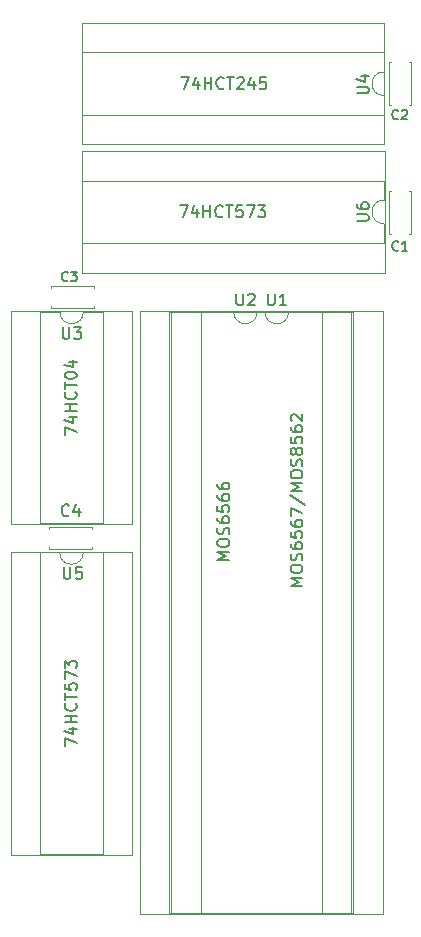
<source format=gbr>
%TF.GenerationSoftware,KiCad,Pcbnew,8.0.2*%
%TF.CreationDate,2024-05-20T19:48:17+02:00*%
%TF.ProjectId,MOS6566_Adapter,4d4f5336-3536-4365-9f41-646170746572,rev?*%
%TF.SameCoordinates,Original*%
%TF.FileFunction,Legend,Top*%
%TF.FilePolarity,Positive*%
%FSLAX46Y46*%
G04 Gerber Fmt 4.6, Leading zero omitted, Abs format (unit mm)*
G04 Created by KiCad (PCBNEW 8.0.2) date 2024-05-20 19:48:17*
%MOMM*%
%LPD*%
G01*
G04 APERTURE LIST*
%ADD10C,0.150000*%
%ADD11C,0.120000*%
G04 APERTURE END LIST*
D10*
X108566667Y-50886104D02*
X108528571Y-50924200D01*
X108528571Y-50924200D02*
X108414286Y-50962295D01*
X108414286Y-50962295D02*
X108338095Y-50962295D01*
X108338095Y-50962295D02*
X108223809Y-50924200D01*
X108223809Y-50924200D02*
X108147619Y-50848009D01*
X108147619Y-50848009D02*
X108109524Y-50771819D01*
X108109524Y-50771819D02*
X108071428Y-50619438D01*
X108071428Y-50619438D02*
X108071428Y-50505152D01*
X108071428Y-50505152D02*
X108109524Y-50352771D01*
X108109524Y-50352771D02*
X108147619Y-50276580D01*
X108147619Y-50276580D02*
X108223809Y-50200390D01*
X108223809Y-50200390D02*
X108338095Y-50162295D01*
X108338095Y-50162295D02*
X108414286Y-50162295D01*
X108414286Y-50162295D02*
X108528571Y-50200390D01*
X108528571Y-50200390D02*
X108566667Y-50238485D01*
X108833333Y-50162295D02*
X109328571Y-50162295D01*
X109328571Y-50162295D02*
X109061905Y-50467057D01*
X109061905Y-50467057D02*
X109176190Y-50467057D01*
X109176190Y-50467057D02*
X109252381Y-50505152D01*
X109252381Y-50505152D02*
X109290476Y-50543247D01*
X109290476Y-50543247D02*
X109328571Y-50619438D01*
X109328571Y-50619438D02*
X109328571Y-50809914D01*
X109328571Y-50809914D02*
X109290476Y-50886104D01*
X109290476Y-50886104D02*
X109252381Y-50924200D01*
X109252381Y-50924200D02*
X109176190Y-50962295D01*
X109176190Y-50962295D02*
X108947619Y-50962295D01*
X108947619Y-50962295D02*
X108871428Y-50924200D01*
X108871428Y-50924200D02*
X108833333Y-50886104D01*
X136566667Y-48286104D02*
X136528571Y-48324200D01*
X136528571Y-48324200D02*
X136414286Y-48362295D01*
X136414286Y-48362295D02*
X136338095Y-48362295D01*
X136338095Y-48362295D02*
X136223809Y-48324200D01*
X136223809Y-48324200D02*
X136147619Y-48248009D01*
X136147619Y-48248009D02*
X136109524Y-48171819D01*
X136109524Y-48171819D02*
X136071428Y-48019438D01*
X136071428Y-48019438D02*
X136071428Y-47905152D01*
X136071428Y-47905152D02*
X136109524Y-47752771D01*
X136109524Y-47752771D02*
X136147619Y-47676580D01*
X136147619Y-47676580D02*
X136223809Y-47600390D01*
X136223809Y-47600390D02*
X136338095Y-47562295D01*
X136338095Y-47562295D02*
X136414286Y-47562295D01*
X136414286Y-47562295D02*
X136528571Y-47600390D01*
X136528571Y-47600390D02*
X136566667Y-47638485D01*
X137328571Y-48362295D02*
X136871428Y-48362295D01*
X137100000Y-48362295D02*
X137100000Y-47562295D01*
X137100000Y-47562295D02*
X137023809Y-47676580D01*
X137023809Y-47676580D02*
X136947619Y-47752771D01*
X136947619Y-47752771D02*
X136871428Y-47790866D01*
X136566667Y-37186104D02*
X136528571Y-37224200D01*
X136528571Y-37224200D02*
X136414286Y-37262295D01*
X136414286Y-37262295D02*
X136338095Y-37262295D01*
X136338095Y-37262295D02*
X136223809Y-37224200D01*
X136223809Y-37224200D02*
X136147619Y-37148009D01*
X136147619Y-37148009D02*
X136109524Y-37071819D01*
X136109524Y-37071819D02*
X136071428Y-36919438D01*
X136071428Y-36919438D02*
X136071428Y-36805152D01*
X136071428Y-36805152D02*
X136109524Y-36652771D01*
X136109524Y-36652771D02*
X136147619Y-36576580D01*
X136147619Y-36576580D02*
X136223809Y-36500390D01*
X136223809Y-36500390D02*
X136338095Y-36462295D01*
X136338095Y-36462295D02*
X136414286Y-36462295D01*
X136414286Y-36462295D02*
X136528571Y-36500390D01*
X136528571Y-36500390D02*
X136566667Y-36538485D01*
X136871428Y-36538485D02*
X136909524Y-36500390D01*
X136909524Y-36500390D02*
X136985714Y-36462295D01*
X136985714Y-36462295D02*
X137176190Y-36462295D01*
X137176190Y-36462295D02*
X137252381Y-36500390D01*
X137252381Y-36500390D02*
X137290476Y-36538485D01*
X137290476Y-36538485D02*
X137328571Y-36614676D01*
X137328571Y-36614676D02*
X137328571Y-36690866D01*
X137328571Y-36690866D02*
X137290476Y-36805152D01*
X137290476Y-36805152D02*
X136833333Y-37262295D01*
X136833333Y-37262295D02*
X137328571Y-37262295D01*
X108138095Y-54854819D02*
X108138095Y-55664342D01*
X108138095Y-55664342D02*
X108185714Y-55759580D01*
X108185714Y-55759580D02*
X108233333Y-55807200D01*
X108233333Y-55807200D02*
X108328571Y-55854819D01*
X108328571Y-55854819D02*
X108519047Y-55854819D01*
X108519047Y-55854819D02*
X108614285Y-55807200D01*
X108614285Y-55807200D02*
X108661904Y-55759580D01*
X108661904Y-55759580D02*
X108709523Y-55664342D01*
X108709523Y-55664342D02*
X108709523Y-54854819D01*
X109090476Y-54854819D02*
X109709523Y-54854819D01*
X109709523Y-54854819D02*
X109376190Y-55235771D01*
X109376190Y-55235771D02*
X109519047Y-55235771D01*
X109519047Y-55235771D02*
X109614285Y-55283390D01*
X109614285Y-55283390D02*
X109661904Y-55331009D01*
X109661904Y-55331009D02*
X109709523Y-55426247D01*
X109709523Y-55426247D02*
X109709523Y-55664342D01*
X109709523Y-55664342D02*
X109661904Y-55759580D01*
X109661904Y-55759580D02*
X109614285Y-55807200D01*
X109614285Y-55807200D02*
X109519047Y-55854819D01*
X109519047Y-55854819D02*
X109233333Y-55854819D01*
X109233333Y-55854819D02*
X109138095Y-55807200D01*
X109138095Y-55807200D02*
X109090476Y-55759580D01*
X108320819Y-63966666D02*
X108320819Y-63300000D01*
X108320819Y-63300000D02*
X109320819Y-63728571D01*
X108654152Y-62490476D02*
X109320819Y-62490476D01*
X108273200Y-62728571D02*
X108987485Y-62966666D01*
X108987485Y-62966666D02*
X108987485Y-62347619D01*
X109320819Y-61966666D02*
X108320819Y-61966666D01*
X108797009Y-61966666D02*
X108797009Y-61395238D01*
X109320819Y-61395238D02*
X108320819Y-61395238D01*
X109225580Y-60347619D02*
X109273200Y-60395238D01*
X109273200Y-60395238D02*
X109320819Y-60538095D01*
X109320819Y-60538095D02*
X109320819Y-60633333D01*
X109320819Y-60633333D02*
X109273200Y-60776190D01*
X109273200Y-60776190D02*
X109177961Y-60871428D01*
X109177961Y-60871428D02*
X109082723Y-60919047D01*
X109082723Y-60919047D02*
X108892247Y-60966666D01*
X108892247Y-60966666D02*
X108749390Y-60966666D01*
X108749390Y-60966666D02*
X108558914Y-60919047D01*
X108558914Y-60919047D02*
X108463676Y-60871428D01*
X108463676Y-60871428D02*
X108368438Y-60776190D01*
X108368438Y-60776190D02*
X108320819Y-60633333D01*
X108320819Y-60633333D02*
X108320819Y-60538095D01*
X108320819Y-60538095D02*
X108368438Y-60395238D01*
X108368438Y-60395238D02*
X108416057Y-60347619D01*
X108320819Y-60061904D02*
X108320819Y-59490476D01*
X109320819Y-59776190D02*
X108320819Y-59776190D01*
X108320819Y-58966666D02*
X108320819Y-58871428D01*
X108320819Y-58871428D02*
X108368438Y-58776190D01*
X108368438Y-58776190D02*
X108416057Y-58728571D01*
X108416057Y-58728571D02*
X108511295Y-58680952D01*
X108511295Y-58680952D02*
X108701771Y-58633333D01*
X108701771Y-58633333D02*
X108939866Y-58633333D01*
X108939866Y-58633333D02*
X109130342Y-58680952D01*
X109130342Y-58680952D02*
X109225580Y-58728571D01*
X109225580Y-58728571D02*
X109273200Y-58776190D01*
X109273200Y-58776190D02*
X109320819Y-58871428D01*
X109320819Y-58871428D02*
X109320819Y-58966666D01*
X109320819Y-58966666D02*
X109273200Y-59061904D01*
X109273200Y-59061904D02*
X109225580Y-59109523D01*
X109225580Y-59109523D02*
X109130342Y-59157142D01*
X109130342Y-59157142D02*
X108939866Y-59204761D01*
X108939866Y-59204761D02*
X108701771Y-59204761D01*
X108701771Y-59204761D02*
X108511295Y-59157142D01*
X108511295Y-59157142D02*
X108416057Y-59109523D01*
X108416057Y-59109523D02*
X108368438Y-59061904D01*
X108368438Y-59061904D02*
X108320819Y-58966666D01*
X108654152Y-57776190D02*
X109320819Y-57776190D01*
X108273200Y-58014285D02*
X108987485Y-58252380D01*
X108987485Y-58252380D02*
X108987485Y-57633333D01*
X122858095Y-52006819D02*
X122858095Y-52816342D01*
X122858095Y-52816342D02*
X122905714Y-52911580D01*
X122905714Y-52911580D02*
X122953333Y-52959200D01*
X122953333Y-52959200D02*
X123048571Y-53006819D01*
X123048571Y-53006819D02*
X123239047Y-53006819D01*
X123239047Y-53006819D02*
X123334285Y-52959200D01*
X123334285Y-52959200D02*
X123381904Y-52911580D01*
X123381904Y-52911580D02*
X123429523Y-52816342D01*
X123429523Y-52816342D02*
X123429523Y-52006819D01*
X123858095Y-52102057D02*
X123905714Y-52054438D01*
X123905714Y-52054438D02*
X124000952Y-52006819D01*
X124000952Y-52006819D02*
X124239047Y-52006819D01*
X124239047Y-52006819D02*
X124334285Y-52054438D01*
X124334285Y-52054438D02*
X124381904Y-52102057D01*
X124381904Y-52102057D02*
X124429523Y-52197295D01*
X124429523Y-52197295D02*
X124429523Y-52292533D01*
X124429523Y-52292533D02*
X124381904Y-52435390D01*
X124381904Y-52435390D02*
X123810476Y-53006819D01*
X123810476Y-53006819D02*
X124429523Y-53006819D01*
X128454819Y-76738094D02*
X127454819Y-76738094D01*
X127454819Y-76738094D02*
X128169104Y-76404761D01*
X128169104Y-76404761D02*
X127454819Y-76071428D01*
X127454819Y-76071428D02*
X128454819Y-76071428D01*
X127454819Y-75404761D02*
X127454819Y-75214285D01*
X127454819Y-75214285D02*
X127502438Y-75119047D01*
X127502438Y-75119047D02*
X127597676Y-75023809D01*
X127597676Y-75023809D02*
X127788152Y-74976190D01*
X127788152Y-74976190D02*
X128121485Y-74976190D01*
X128121485Y-74976190D02*
X128311961Y-75023809D01*
X128311961Y-75023809D02*
X128407200Y-75119047D01*
X128407200Y-75119047D02*
X128454819Y-75214285D01*
X128454819Y-75214285D02*
X128454819Y-75404761D01*
X128454819Y-75404761D02*
X128407200Y-75499999D01*
X128407200Y-75499999D02*
X128311961Y-75595237D01*
X128311961Y-75595237D02*
X128121485Y-75642856D01*
X128121485Y-75642856D02*
X127788152Y-75642856D01*
X127788152Y-75642856D02*
X127597676Y-75595237D01*
X127597676Y-75595237D02*
X127502438Y-75499999D01*
X127502438Y-75499999D02*
X127454819Y-75404761D01*
X128407200Y-74595237D02*
X128454819Y-74452380D01*
X128454819Y-74452380D02*
X128454819Y-74214285D01*
X128454819Y-74214285D02*
X128407200Y-74119047D01*
X128407200Y-74119047D02*
X128359580Y-74071428D01*
X128359580Y-74071428D02*
X128264342Y-74023809D01*
X128264342Y-74023809D02*
X128169104Y-74023809D01*
X128169104Y-74023809D02*
X128073866Y-74071428D01*
X128073866Y-74071428D02*
X128026247Y-74119047D01*
X128026247Y-74119047D02*
X127978628Y-74214285D01*
X127978628Y-74214285D02*
X127931009Y-74404761D01*
X127931009Y-74404761D02*
X127883390Y-74499999D01*
X127883390Y-74499999D02*
X127835771Y-74547618D01*
X127835771Y-74547618D02*
X127740533Y-74595237D01*
X127740533Y-74595237D02*
X127645295Y-74595237D01*
X127645295Y-74595237D02*
X127550057Y-74547618D01*
X127550057Y-74547618D02*
X127502438Y-74499999D01*
X127502438Y-74499999D02*
X127454819Y-74404761D01*
X127454819Y-74404761D02*
X127454819Y-74166666D01*
X127454819Y-74166666D02*
X127502438Y-74023809D01*
X127454819Y-73166666D02*
X127454819Y-73357142D01*
X127454819Y-73357142D02*
X127502438Y-73452380D01*
X127502438Y-73452380D02*
X127550057Y-73499999D01*
X127550057Y-73499999D02*
X127692914Y-73595237D01*
X127692914Y-73595237D02*
X127883390Y-73642856D01*
X127883390Y-73642856D02*
X128264342Y-73642856D01*
X128264342Y-73642856D02*
X128359580Y-73595237D01*
X128359580Y-73595237D02*
X128407200Y-73547618D01*
X128407200Y-73547618D02*
X128454819Y-73452380D01*
X128454819Y-73452380D02*
X128454819Y-73261904D01*
X128454819Y-73261904D02*
X128407200Y-73166666D01*
X128407200Y-73166666D02*
X128359580Y-73119047D01*
X128359580Y-73119047D02*
X128264342Y-73071428D01*
X128264342Y-73071428D02*
X128026247Y-73071428D01*
X128026247Y-73071428D02*
X127931009Y-73119047D01*
X127931009Y-73119047D02*
X127883390Y-73166666D01*
X127883390Y-73166666D02*
X127835771Y-73261904D01*
X127835771Y-73261904D02*
X127835771Y-73452380D01*
X127835771Y-73452380D02*
X127883390Y-73547618D01*
X127883390Y-73547618D02*
X127931009Y-73595237D01*
X127931009Y-73595237D02*
X128026247Y-73642856D01*
X127454819Y-72166666D02*
X127454819Y-72642856D01*
X127454819Y-72642856D02*
X127931009Y-72690475D01*
X127931009Y-72690475D02*
X127883390Y-72642856D01*
X127883390Y-72642856D02*
X127835771Y-72547618D01*
X127835771Y-72547618D02*
X127835771Y-72309523D01*
X127835771Y-72309523D02*
X127883390Y-72214285D01*
X127883390Y-72214285D02*
X127931009Y-72166666D01*
X127931009Y-72166666D02*
X128026247Y-72119047D01*
X128026247Y-72119047D02*
X128264342Y-72119047D01*
X128264342Y-72119047D02*
X128359580Y-72166666D01*
X128359580Y-72166666D02*
X128407200Y-72214285D01*
X128407200Y-72214285D02*
X128454819Y-72309523D01*
X128454819Y-72309523D02*
X128454819Y-72547618D01*
X128454819Y-72547618D02*
X128407200Y-72642856D01*
X128407200Y-72642856D02*
X128359580Y-72690475D01*
X127454819Y-71261904D02*
X127454819Y-71452380D01*
X127454819Y-71452380D02*
X127502438Y-71547618D01*
X127502438Y-71547618D02*
X127550057Y-71595237D01*
X127550057Y-71595237D02*
X127692914Y-71690475D01*
X127692914Y-71690475D02*
X127883390Y-71738094D01*
X127883390Y-71738094D02*
X128264342Y-71738094D01*
X128264342Y-71738094D02*
X128359580Y-71690475D01*
X128359580Y-71690475D02*
X128407200Y-71642856D01*
X128407200Y-71642856D02*
X128454819Y-71547618D01*
X128454819Y-71547618D02*
X128454819Y-71357142D01*
X128454819Y-71357142D02*
X128407200Y-71261904D01*
X128407200Y-71261904D02*
X128359580Y-71214285D01*
X128359580Y-71214285D02*
X128264342Y-71166666D01*
X128264342Y-71166666D02*
X128026247Y-71166666D01*
X128026247Y-71166666D02*
X127931009Y-71214285D01*
X127931009Y-71214285D02*
X127883390Y-71261904D01*
X127883390Y-71261904D02*
X127835771Y-71357142D01*
X127835771Y-71357142D02*
X127835771Y-71547618D01*
X127835771Y-71547618D02*
X127883390Y-71642856D01*
X127883390Y-71642856D02*
X127931009Y-71690475D01*
X127931009Y-71690475D02*
X128026247Y-71738094D01*
X127454819Y-70833332D02*
X127454819Y-70166666D01*
X127454819Y-70166666D02*
X128454819Y-70595237D01*
X127407200Y-69071428D02*
X128692914Y-69928570D01*
X128454819Y-68738094D02*
X127454819Y-68738094D01*
X127454819Y-68738094D02*
X128169104Y-68404761D01*
X128169104Y-68404761D02*
X127454819Y-68071428D01*
X127454819Y-68071428D02*
X128454819Y-68071428D01*
X127454819Y-67404761D02*
X127454819Y-67214285D01*
X127454819Y-67214285D02*
X127502438Y-67119047D01*
X127502438Y-67119047D02*
X127597676Y-67023809D01*
X127597676Y-67023809D02*
X127788152Y-66976190D01*
X127788152Y-66976190D02*
X128121485Y-66976190D01*
X128121485Y-66976190D02*
X128311961Y-67023809D01*
X128311961Y-67023809D02*
X128407200Y-67119047D01*
X128407200Y-67119047D02*
X128454819Y-67214285D01*
X128454819Y-67214285D02*
X128454819Y-67404761D01*
X128454819Y-67404761D02*
X128407200Y-67499999D01*
X128407200Y-67499999D02*
X128311961Y-67595237D01*
X128311961Y-67595237D02*
X128121485Y-67642856D01*
X128121485Y-67642856D02*
X127788152Y-67642856D01*
X127788152Y-67642856D02*
X127597676Y-67595237D01*
X127597676Y-67595237D02*
X127502438Y-67499999D01*
X127502438Y-67499999D02*
X127454819Y-67404761D01*
X128407200Y-66595237D02*
X128454819Y-66452380D01*
X128454819Y-66452380D02*
X128454819Y-66214285D01*
X128454819Y-66214285D02*
X128407200Y-66119047D01*
X128407200Y-66119047D02*
X128359580Y-66071428D01*
X128359580Y-66071428D02*
X128264342Y-66023809D01*
X128264342Y-66023809D02*
X128169104Y-66023809D01*
X128169104Y-66023809D02*
X128073866Y-66071428D01*
X128073866Y-66071428D02*
X128026247Y-66119047D01*
X128026247Y-66119047D02*
X127978628Y-66214285D01*
X127978628Y-66214285D02*
X127931009Y-66404761D01*
X127931009Y-66404761D02*
X127883390Y-66499999D01*
X127883390Y-66499999D02*
X127835771Y-66547618D01*
X127835771Y-66547618D02*
X127740533Y-66595237D01*
X127740533Y-66595237D02*
X127645295Y-66595237D01*
X127645295Y-66595237D02*
X127550057Y-66547618D01*
X127550057Y-66547618D02*
X127502438Y-66499999D01*
X127502438Y-66499999D02*
X127454819Y-66404761D01*
X127454819Y-66404761D02*
X127454819Y-66166666D01*
X127454819Y-66166666D02*
X127502438Y-66023809D01*
X127883390Y-65452380D02*
X127835771Y-65547618D01*
X127835771Y-65547618D02*
X127788152Y-65595237D01*
X127788152Y-65595237D02*
X127692914Y-65642856D01*
X127692914Y-65642856D02*
X127645295Y-65642856D01*
X127645295Y-65642856D02*
X127550057Y-65595237D01*
X127550057Y-65595237D02*
X127502438Y-65547618D01*
X127502438Y-65547618D02*
X127454819Y-65452380D01*
X127454819Y-65452380D02*
X127454819Y-65261904D01*
X127454819Y-65261904D02*
X127502438Y-65166666D01*
X127502438Y-65166666D02*
X127550057Y-65119047D01*
X127550057Y-65119047D02*
X127645295Y-65071428D01*
X127645295Y-65071428D02*
X127692914Y-65071428D01*
X127692914Y-65071428D02*
X127788152Y-65119047D01*
X127788152Y-65119047D02*
X127835771Y-65166666D01*
X127835771Y-65166666D02*
X127883390Y-65261904D01*
X127883390Y-65261904D02*
X127883390Y-65452380D01*
X127883390Y-65452380D02*
X127931009Y-65547618D01*
X127931009Y-65547618D02*
X127978628Y-65595237D01*
X127978628Y-65595237D02*
X128073866Y-65642856D01*
X128073866Y-65642856D02*
X128264342Y-65642856D01*
X128264342Y-65642856D02*
X128359580Y-65595237D01*
X128359580Y-65595237D02*
X128407200Y-65547618D01*
X128407200Y-65547618D02*
X128454819Y-65452380D01*
X128454819Y-65452380D02*
X128454819Y-65261904D01*
X128454819Y-65261904D02*
X128407200Y-65166666D01*
X128407200Y-65166666D02*
X128359580Y-65119047D01*
X128359580Y-65119047D02*
X128264342Y-65071428D01*
X128264342Y-65071428D02*
X128073866Y-65071428D01*
X128073866Y-65071428D02*
X127978628Y-65119047D01*
X127978628Y-65119047D02*
X127931009Y-65166666D01*
X127931009Y-65166666D02*
X127883390Y-65261904D01*
X127454819Y-64166666D02*
X127454819Y-64642856D01*
X127454819Y-64642856D02*
X127931009Y-64690475D01*
X127931009Y-64690475D02*
X127883390Y-64642856D01*
X127883390Y-64642856D02*
X127835771Y-64547618D01*
X127835771Y-64547618D02*
X127835771Y-64309523D01*
X127835771Y-64309523D02*
X127883390Y-64214285D01*
X127883390Y-64214285D02*
X127931009Y-64166666D01*
X127931009Y-64166666D02*
X128026247Y-64119047D01*
X128026247Y-64119047D02*
X128264342Y-64119047D01*
X128264342Y-64119047D02*
X128359580Y-64166666D01*
X128359580Y-64166666D02*
X128407200Y-64214285D01*
X128407200Y-64214285D02*
X128454819Y-64309523D01*
X128454819Y-64309523D02*
X128454819Y-64547618D01*
X128454819Y-64547618D02*
X128407200Y-64642856D01*
X128407200Y-64642856D02*
X128359580Y-64690475D01*
X127454819Y-63261904D02*
X127454819Y-63452380D01*
X127454819Y-63452380D02*
X127502438Y-63547618D01*
X127502438Y-63547618D02*
X127550057Y-63595237D01*
X127550057Y-63595237D02*
X127692914Y-63690475D01*
X127692914Y-63690475D02*
X127883390Y-63738094D01*
X127883390Y-63738094D02*
X128264342Y-63738094D01*
X128264342Y-63738094D02*
X128359580Y-63690475D01*
X128359580Y-63690475D02*
X128407200Y-63642856D01*
X128407200Y-63642856D02*
X128454819Y-63547618D01*
X128454819Y-63547618D02*
X128454819Y-63357142D01*
X128454819Y-63357142D02*
X128407200Y-63261904D01*
X128407200Y-63261904D02*
X128359580Y-63214285D01*
X128359580Y-63214285D02*
X128264342Y-63166666D01*
X128264342Y-63166666D02*
X128026247Y-63166666D01*
X128026247Y-63166666D02*
X127931009Y-63214285D01*
X127931009Y-63214285D02*
X127883390Y-63261904D01*
X127883390Y-63261904D02*
X127835771Y-63357142D01*
X127835771Y-63357142D02*
X127835771Y-63547618D01*
X127835771Y-63547618D02*
X127883390Y-63642856D01*
X127883390Y-63642856D02*
X127931009Y-63690475D01*
X127931009Y-63690475D02*
X128026247Y-63738094D01*
X127550057Y-62785713D02*
X127502438Y-62738094D01*
X127502438Y-62738094D02*
X127454819Y-62642856D01*
X127454819Y-62642856D02*
X127454819Y-62404761D01*
X127454819Y-62404761D02*
X127502438Y-62309523D01*
X127502438Y-62309523D02*
X127550057Y-62261904D01*
X127550057Y-62261904D02*
X127645295Y-62214285D01*
X127645295Y-62214285D02*
X127740533Y-62214285D01*
X127740533Y-62214285D02*
X127883390Y-62261904D01*
X127883390Y-62261904D02*
X128454819Y-62833332D01*
X128454819Y-62833332D02*
X128454819Y-62214285D01*
X133054819Y-45861904D02*
X133864342Y-45861904D01*
X133864342Y-45861904D02*
X133959580Y-45814285D01*
X133959580Y-45814285D02*
X134007200Y-45766666D01*
X134007200Y-45766666D02*
X134054819Y-45671428D01*
X134054819Y-45671428D02*
X134054819Y-45480952D01*
X134054819Y-45480952D02*
X134007200Y-45385714D01*
X134007200Y-45385714D02*
X133959580Y-45338095D01*
X133959580Y-45338095D02*
X133864342Y-45290476D01*
X133864342Y-45290476D02*
X133054819Y-45290476D01*
X133054819Y-44385714D02*
X133054819Y-44576190D01*
X133054819Y-44576190D02*
X133102438Y-44671428D01*
X133102438Y-44671428D02*
X133150057Y-44719047D01*
X133150057Y-44719047D02*
X133292914Y-44814285D01*
X133292914Y-44814285D02*
X133483390Y-44861904D01*
X133483390Y-44861904D02*
X133864342Y-44861904D01*
X133864342Y-44861904D02*
X133959580Y-44814285D01*
X133959580Y-44814285D02*
X134007200Y-44766666D01*
X134007200Y-44766666D02*
X134054819Y-44671428D01*
X134054819Y-44671428D02*
X134054819Y-44480952D01*
X134054819Y-44480952D02*
X134007200Y-44385714D01*
X134007200Y-44385714D02*
X133959580Y-44338095D01*
X133959580Y-44338095D02*
X133864342Y-44290476D01*
X133864342Y-44290476D02*
X133626247Y-44290476D01*
X133626247Y-44290476D02*
X133531009Y-44338095D01*
X133531009Y-44338095D02*
X133483390Y-44385714D01*
X133483390Y-44385714D02*
X133435771Y-44480952D01*
X133435771Y-44480952D02*
X133435771Y-44671428D01*
X133435771Y-44671428D02*
X133483390Y-44766666D01*
X133483390Y-44766666D02*
X133531009Y-44814285D01*
X133531009Y-44814285D02*
X133626247Y-44861904D01*
X118068643Y-44544819D02*
X118735309Y-44544819D01*
X118735309Y-44544819D02*
X118306738Y-45544819D01*
X119544833Y-44878152D02*
X119544833Y-45544819D01*
X119306738Y-44497200D02*
X119068643Y-45211485D01*
X119068643Y-45211485D02*
X119687690Y-45211485D01*
X120068643Y-45544819D02*
X120068643Y-44544819D01*
X120068643Y-45021009D02*
X120640071Y-45021009D01*
X120640071Y-45544819D02*
X120640071Y-44544819D01*
X121687690Y-45449580D02*
X121640071Y-45497200D01*
X121640071Y-45497200D02*
X121497214Y-45544819D01*
X121497214Y-45544819D02*
X121401976Y-45544819D01*
X121401976Y-45544819D02*
X121259119Y-45497200D01*
X121259119Y-45497200D02*
X121163881Y-45401961D01*
X121163881Y-45401961D02*
X121116262Y-45306723D01*
X121116262Y-45306723D02*
X121068643Y-45116247D01*
X121068643Y-45116247D02*
X121068643Y-44973390D01*
X121068643Y-44973390D02*
X121116262Y-44782914D01*
X121116262Y-44782914D02*
X121163881Y-44687676D01*
X121163881Y-44687676D02*
X121259119Y-44592438D01*
X121259119Y-44592438D02*
X121401976Y-44544819D01*
X121401976Y-44544819D02*
X121497214Y-44544819D01*
X121497214Y-44544819D02*
X121640071Y-44592438D01*
X121640071Y-44592438D02*
X121687690Y-44640057D01*
X121973405Y-44544819D02*
X122544833Y-44544819D01*
X122259119Y-45544819D02*
X122259119Y-44544819D01*
X123354357Y-44544819D02*
X122878167Y-44544819D01*
X122878167Y-44544819D02*
X122830548Y-45021009D01*
X122830548Y-45021009D02*
X122878167Y-44973390D01*
X122878167Y-44973390D02*
X122973405Y-44925771D01*
X122973405Y-44925771D02*
X123211500Y-44925771D01*
X123211500Y-44925771D02*
X123306738Y-44973390D01*
X123306738Y-44973390D02*
X123354357Y-45021009D01*
X123354357Y-45021009D02*
X123401976Y-45116247D01*
X123401976Y-45116247D02*
X123401976Y-45354342D01*
X123401976Y-45354342D02*
X123354357Y-45449580D01*
X123354357Y-45449580D02*
X123306738Y-45497200D01*
X123306738Y-45497200D02*
X123211500Y-45544819D01*
X123211500Y-45544819D02*
X122973405Y-45544819D01*
X122973405Y-45544819D02*
X122878167Y-45497200D01*
X122878167Y-45497200D02*
X122830548Y-45449580D01*
X123735310Y-44544819D02*
X124401976Y-44544819D01*
X124401976Y-44544819D02*
X123973405Y-45544819D01*
X124687691Y-44544819D02*
X125306738Y-44544819D01*
X125306738Y-44544819D02*
X124973405Y-44925771D01*
X124973405Y-44925771D02*
X125116262Y-44925771D01*
X125116262Y-44925771D02*
X125211500Y-44973390D01*
X125211500Y-44973390D02*
X125259119Y-45021009D01*
X125259119Y-45021009D02*
X125306738Y-45116247D01*
X125306738Y-45116247D02*
X125306738Y-45354342D01*
X125306738Y-45354342D02*
X125259119Y-45449580D01*
X125259119Y-45449580D02*
X125211500Y-45497200D01*
X125211500Y-45497200D02*
X125116262Y-45544819D01*
X125116262Y-45544819D02*
X124830548Y-45544819D01*
X124830548Y-45544819D02*
X124735310Y-45497200D01*
X124735310Y-45497200D02*
X124687691Y-45449580D01*
X108238095Y-75154819D02*
X108238095Y-75964342D01*
X108238095Y-75964342D02*
X108285714Y-76059580D01*
X108285714Y-76059580D02*
X108333333Y-76107200D01*
X108333333Y-76107200D02*
X108428571Y-76154819D01*
X108428571Y-76154819D02*
X108619047Y-76154819D01*
X108619047Y-76154819D02*
X108714285Y-76107200D01*
X108714285Y-76107200D02*
X108761904Y-76059580D01*
X108761904Y-76059580D02*
X108809523Y-75964342D01*
X108809523Y-75964342D02*
X108809523Y-75154819D01*
X109761904Y-75154819D02*
X109285714Y-75154819D01*
X109285714Y-75154819D02*
X109238095Y-75631009D01*
X109238095Y-75631009D02*
X109285714Y-75583390D01*
X109285714Y-75583390D02*
X109380952Y-75535771D01*
X109380952Y-75535771D02*
X109619047Y-75535771D01*
X109619047Y-75535771D02*
X109714285Y-75583390D01*
X109714285Y-75583390D02*
X109761904Y-75631009D01*
X109761904Y-75631009D02*
X109809523Y-75726247D01*
X109809523Y-75726247D02*
X109809523Y-75964342D01*
X109809523Y-75964342D02*
X109761904Y-76059580D01*
X109761904Y-76059580D02*
X109714285Y-76107200D01*
X109714285Y-76107200D02*
X109619047Y-76154819D01*
X109619047Y-76154819D02*
X109380952Y-76154819D01*
X109380952Y-76154819D02*
X109285714Y-76107200D01*
X109285714Y-76107200D02*
X109238095Y-76059580D01*
X108338819Y-90317856D02*
X108338819Y-89651190D01*
X108338819Y-89651190D02*
X109338819Y-90079761D01*
X108672152Y-88841666D02*
X109338819Y-88841666D01*
X108291200Y-89079761D02*
X109005485Y-89317856D01*
X109005485Y-89317856D02*
X109005485Y-88698809D01*
X109338819Y-88317856D02*
X108338819Y-88317856D01*
X108815009Y-88317856D02*
X108815009Y-87746428D01*
X109338819Y-87746428D02*
X108338819Y-87746428D01*
X109243580Y-86698809D02*
X109291200Y-86746428D01*
X109291200Y-86746428D02*
X109338819Y-86889285D01*
X109338819Y-86889285D02*
X109338819Y-86984523D01*
X109338819Y-86984523D02*
X109291200Y-87127380D01*
X109291200Y-87127380D02*
X109195961Y-87222618D01*
X109195961Y-87222618D02*
X109100723Y-87270237D01*
X109100723Y-87270237D02*
X108910247Y-87317856D01*
X108910247Y-87317856D02*
X108767390Y-87317856D01*
X108767390Y-87317856D02*
X108576914Y-87270237D01*
X108576914Y-87270237D02*
X108481676Y-87222618D01*
X108481676Y-87222618D02*
X108386438Y-87127380D01*
X108386438Y-87127380D02*
X108338819Y-86984523D01*
X108338819Y-86984523D02*
X108338819Y-86889285D01*
X108338819Y-86889285D02*
X108386438Y-86746428D01*
X108386438Y-86746428D02*
X108434057Y-86698809D01*
X108338819Y-86413094D02*
X108338819Y-85841666D01*
X109338819Y-86127380D02*
X108338819Y-86127380D01*
X108338819Y-85032142D02*
X108338819Y-85508332D01*
X108338819Y-85508332D02*
X108815009Y-85555951D01*
X108815009Y-85555951D02*
X108767390Y-85508332D01*
X108767390Y-85508332D02*
X108719771Y-85413094D01*
X108719771Y-85413094D02*
X108719771Y-85174999D01*
X108719771Y-85174999D02*
X108767390Y-85079761D01*
X108767390Y-85079761D02*
X108815009Y-85032142D01*
X108815009Y-85032142D02*
X108910247Y-84984523D01*
X108910247Y-84984523D02*
X109148342Y-84984523D01*
X109148342Y-84984523D02*
X109243580Y-85032142D01*
X109243580Y-85032142D02*
X109291200Y-85079761D01*
X109291200Y-85079761D02*
X109338819Y-85174999D01*
X109338819Y-85174999D02*
X109338819Y-85413094D01*
X109338819Y-85413094D02*
X109291200Y-85508332D01*
X109291200Y-85508332D02*
X109243580Y-85555951D01*
X108338819Y-84651189D02*
X108338819Y-83984523D01*
X108338819Y-83984523D02*
X109338819Y-84413094D01*
X108338819Y-83698808D02*
X108338819Y-83079761D01*
X108338819Y-83079761D02*
X108719771Y-83413094D01*
X108719771Y-83413094D02*
X108719771Y-83270237D01*
X108719771Y-83270237D02*
X108767390Y-83174999D01*
X108767390Y-83174999D02*
X108815009Y-83127380D01*
X108815009Y-83127380D02*
X108910247Y-83079761D01*
X108910247Y-83079761D02*
X109148342Y-83079761D01*
X109148342Y-83079761D02*
X109243580Y-83127380D01*
X109243580Y-83127380D02*
X109291200Y-83174999D01*
X109291200Y-83174999D02*
X109338819Y-83270237D01*
X109338819Y-83270237D02*
X109338819Y-83555951D01*
X109338819Y-83555951D02*
X109291200Y-83651189D01*
X109291200Y-83651189D02*
X109243580Y-83698808D01*
X125518095Y-52006819D02*
X125518095Y-52816342D01*
X125518095Y-52816342D02*
X125565714Y-52911580D01*
X125565714Y-52911580D02*
X125613333Y-52959200D01*
X125613333Y-52959200D02*
X125708571Y-53006819D01*
X125708571Y-53006819D02*
X125899047Y-53006819D01*
X125899047Y-53006819D02*
X125994285Y-52959200D01*
X125994285Y-52959200D02*
X126041904Y-52911580D01*
X126041904Y-52911580D02*
X126089523Y-52816342D01*
X126089523Y-52816342D02*
X126089523Y-52006819D01*
X127089523Y-53006819D02*
X126518095Y-53006819D01*
X126803809Y-53006819D02*
X126803809Y-52006819D01*
X126803809Y-52006819D02*
X126708571Y-52149676D01*
X126708571Y-52149676D02*
X126613333Y-52244914D01*
X126613333Y-52244914D02*
X126518095Y-52292533D01*
X122254819Y-74538094D02*
X121254819Y-74538094D01*
X121254819Y-74538094D02*
X121969104Y-74204761D01*
X121969104Y-74204761D02*
X121254819Y-73871428D01*
X121254819Y-73871428D02*
X122254819Y-73871428D01*
X121254819Y-73204761D02*
X121254819Y-73014285D01*
X121254819Y-73014285D02*
X121302438Y-72919047D01*
X121302438Y-72919047D02*
X121397676Y-72823809D01*
X121397676Y-72823809D02*
X121588152Y-72776190D01*
X121588152Y-72776190D02*
X121921485Y-72776190D01*
X121921485Y-72776190D02*
X122111961Y-72823809D01*
X122111961Y-72823809D02*
X122207200Y-72919047D01*
X122207200Y-72919047D02*
X122254819Y-73014285D01*
X122254819Y-73014285D02*
X122254819Y-73204761D01*
X122254819Y-73204761D02*
X122207200Y-73299999D01*
X122207200Y-73299999D02*
X122111961Y-73395237D01*
X122111961Y-73395237D02*
X121921485Y-73442856D01*
X121921485Y-73442856D02*
X121588152Y-73442856D01*
X121588152Y-73442856D02*
X121397676Y-73395237D01*
X121397676Y-73395237D02*
X121302438Y-73299999D01*
X121302438Y-73299999D02*
X121254819Y-73204761D01*
X122207200Y-72395237D02*
X122254819Y-72252380D01*
X122254819Y-72252380D02*
X122254819Y-72014285D01*
X122254819Y-72014285D02*
X122207200Y-71919047D01*
X122207200Y-71919047D02*
X122159580Y-71871428D01*
X122159580Y-71871428D02*
X122064342Y-71823809D01*
X122064342Y-71823809D02*
X121969104Y-71823809D01*
X121969104Y-71823809D02*
X121873866Y-71871428D01*
X121873866Y-71871428D02*
X121826247Y-71919047D01*
X121826247Y-71919047D02*
X121778628Y-72014285D01*
X121778628Y-72014285D02*
X121731009Y-72204761D01*
X121731009Y-72204761D02*
X121683390Y-72299999D01*
X121683390Y-72299999D02*
X121635771Y-72347618D01*
X121635771Y-72347618D02*
X121540533Y-72395237D01*
X121540533Y-72395237D02*
X121445295Y-72395237D01*
X121445295Y-72395237D02*
X121350057Y-72347618D01*
X121350057Y-72347618D02*
X121302438Y-72299999D01*
X121302438Y-72299999D02*
X121254819Y-72204761D01*
X121254819Y-72204761D02*
X121254819Y-71966666D01*
X121254819Y-71966666D02*
X121302438Y-71823809D01*
X121254819Y-70966666D02*
X121254819Y-71157142D01*
X121254819Y-71157142D02*
X121302438Y-71252380D01*
X121302438Y-71252380D02*
X121350057Y-71299999D01*
X121350057Y-71299999D02*
X121492914Y-71395237D01*
X121492914Y-71395237D02*
X121683390Y-71442856D01*
X121683390Y-71442856D02*
X122064342Y-71442856D01*
X122064342Y-71442856D02*
X122159580Y-71395237D01*
X122159580Y-71395237D02*
X122207200Y-71347618D01*
X122207200Y-71347618D02*
X122254819Y-71252380D01*
X122254819Y-71252380D02*
X122254819Y-71061904D01*
X122254819Y-71061904D02*
X122207200Y-70966666D01*
X122207200Y-70966666D02*
X122159580Y-70919047D01*
X122159580Y-70919047D02*
X122064342Y-70871428D01*
X122064342Y-70871428D02*
X121826247Y-70871428D01*
X121826247Y-70871428D02*
X121731009Y-70919047D01*
X121731009Y-70919047D02*
X121683390Y-70966666D01*
X121683390Y-70966666D02*
X121635771Y-71061904D01*
X121635771Y-71061904D02*
X121635771Y-71252380D01*
X121635771Y-71252380D02*
X121683390Y-71347618D01*
X121683390Y-71347618D02*
X121731009Y-71395237D01*
X121731009Y-71395237D02*
X121826247Y-71442856D01*
X121254819Y-69966666D02*
X121254819Y-70442856D01*
X121254819Y-70442856D02*
X121731009Y-70490475D01*
X121731009Y-70490475D02*
X121683390Y-70442856D01*
X121683390Y-70442856D02*
X121635771Y-70347618D01*
X121635771Y-70347618D02*
X121635771Y-70109523D01*
X121635771Y-70109523D02*
X121683390Y-70014285D01*
X121683390Y-70014285D02*
X121731009Y-69966666D01*
X121731009Y-69966666D02*
X121826247Y-69919047D01*
X121826247Y-69919047D02*
X122064342Y-69919047D01*
X122064342Y-69919047D02*
X122159580Y-69966666D01*
X122159580Y-69966666D02*
X122207200Y-70014285D01*
X122207200Y-70014285D02*
X122254819Y-70109523D01*
X122254819Y-70109523D02*
X122254819Y-70347618D01*
X122254819Y-70347618D02*
X122207200Y-70442856D01*
X122207200Y-70442856D02*
X122159580Y-70490475D01*
X121254819Y-69061904D02*
X121254819Y-69252380D01*
X121254819Y-69252380D02*
X121302438Y-69347618D01*
X121302438Y-69347618D02*
X121350057Y-69395237D01*
X121350057Y-69395237D02*
X121492914Y-69490475D01*
X121492914Y-69490475D02*
X121683390Y-69538094D01*
X121683390Y-69538094D02*
X122064342Y-69538094D01*
X122064342Y-69538094D02*
X122159580Y-69490475D01*
X122159580Y-69490475D02*
X122207200Y-69442856D01*
X122207200Y-69442856D02*
X122254819Y-69347618D01*
X122254819Y-69347618D02*
X122254819Y-69157142D01*
X122254819Y-69157142D02*
X122207200Y-69061904D01*
X122207200Y-69061904D02*
X122159580Y-69014285D01*
X122159580Y-69014285D02*
X122064342Y-68966666D01*
X122064342Y-68966666D02*
X121826247Y-68966666D01*
X121826247Y-68966666D02*
X121731009Y-69014285D01*
X121731009Y-69014285D02*
X121683390Y-69061904D01*
X121683390Y-69061904D02*
X121635771Y-69157142D01*
X121635771Y-69157142D02*
X121635771Y-69347618D01*
X121635771Y-69347618D02*
X121683390Y-69442856D01*
X121683390Y-69442856D02*
X121731009Y-69490475D01*
X121731009Y-69490475D02*
X121826247Y-69538094D01*
X121254819Y-68109523D02*
X121254819Y-68299999D01*
X121254819Y-68299999D02*
X121302438Y-68395237D01*
X121302438Y-68395237D02*
X121350057Y-68442856D01*
X121350057Y-68442856D02*
X121492914Y-68538094D01*
X121492914Y-68538094D02*
X121683390Y-68585713D01*
X121683390Y-68585713D02*
X122064342Y-68585713D01*
X122064342Y-68585713D02*
X122159580Y-68538094D01*
X122159580Y-68538094D02*
X122207200Y-68490475D01*
X122207200Y-68490475D02*
X122254819Y-68395237D01*
X122254819Y-68395237D02*
X122254819Y-68204761D01*
X122254819Y-68204761D02*
X122207200Y-68109523D01*
X122207200Y-68109523D02*
X122159580Y-68061904D01*
X122159580Y-68061904D02*
X122064342Y-68014285D01*
X122064342Y-68014285D02*
X121826247Y-68014285D01*
X121826247Y-68014285D02*
X121731009Y-68061904D01*
X121731009Y-68061904D02*
X121683390Y-68109523D01*
X121683390Y-68109523D02*
X121635771Y-68204761D01*
X121635771Y-68204761D02*
X121635771Y-68395237D01*
X121635771Y-68395237D02*
X121683390Y-68490475D01*
X121683390Y-68490475D02*
X121731009Y-68538094D01*
X121731009Y-68538094D02*
X121826247Y-68585713D01*
X108683333Y-70759580D02*
X108635714Y-70807200D01*
X108635714Y-70807200D02*
X108492857Y-70854819D01*
X108492857Y-70854819D02*
X108397619Y-70854819D01*
X108397619Y-70854819D02*
X108254762Y-70807200D01*
X108254762Y-70807200D02*
X108159524Y-70711961D01*
X108159524Y-70711961D02*
X108111905Y-70616723D01*
X108111905Y-70616723D02*
X108064286Y-70426247D01*
X108064286Y-70426247D02*
X108064286Y-70283390D01*
X108064286Y-70283390D02*
X108111905Y-70092914D01*
X108111905Y-70092914D02*
X108159524Y-69997676D01*
X108159524Y-69997676D02*
X108254762Y-69902438D01*
X108254762Y-69902438D02*
X108397619Y-69854819D01*
X108397619Y-69854819D02*
X108492857Y-69854819D01*
X108492857Y-69854819D02*
X108635714Y-69902438D01*
X108635714Y-69902438D02*
X108683333Y-69950057D01*
X109540476Y-70188152D02*
X109540476Y-70854819D01*
X109302381Y-69807200D02*
X109064286Y-70521485D01*
X109064286Y-70521485D02*
X109683333Y-70521485D01*
X133054819Y-35061904D02*
X133864342Y-35061904D01*
X133864342Y-35061904D02*
X133959580Y-35014285D01*
X133959580Y-35014285D02*
X134007200Y-34966666D01*
X134007200Y-34966666D02*
X134054819Y-34871428D01*
X134054819Y-34871428D02*
X134054819Y-34680952D01*
X134054819Y-34680952D02*
X134007200Y-34585714D01*
X134007200Y-34585714D02*
X133959580Y-34538095D01*
X133959580Y-34538095D02*
X133864342Y-34490476D01*
X133864342Y-34490476D02*
X133054819Y-34490476D01*
X133388152Y-33585714D02*
X134054819Y-33585714D01*
X133007200Y-33823809D02*
X133721485Y-34061904D01*
X133721485Y-34061904D02*
X133721485Y-33442857D01*
X118168643Y-33694819D02*
X118835309Y-33694819D01*
X118835309Y-33694819D02*
X118406738Y-34694819D01*
X119644833Y-34028152D02*
X119644833Y-34694819D01*
X119406738Y-33647200D02*
X119168643Y-34361485D01*
X119168643Y-34361485D02*
X119787690Y-34361485D01*
X120168643Y-34694819D02*
X120168643Y-33694819D01*
X120168643Y-34171009D02*
X120740071Y-34171009D01*
X120740071Y-34694819D02*
X120740071Y-33694819D01*
X121787690Y-34599580D02*
X121740071Y-34647200D01*
X121740071Y-34647200D02*
X121597214Y-34694819D01*
X121597214Y-34694819D02*
X121501976Y-34694819D01*
X121501976Y-34694819D02*
X121359119Y-34647200D01*
X121359119Y-34647200D02*
X121263881Y-34551961D01*
X121263881Y-34551961D02*
X121216262Y-34456723D01*
X121216262Y-34456723D02*
X121168643Y-34266247D01*
X121168643Y-34266247D02*
X121168643Y-34123390D01*
X121168643Y-34123390D02*
X121216262Y-33932914D01*
X121216262Y-33932914D02*
X121263881Y-33837676D01*
X121263881Y-33837676D02*
X121359119Y-33742438D01*
X121359119Y-33742438D02*
X121501976Y-33694819D01*
X121501976Y-33694819D02*
X121597214Y-33694819D01*
X121597214Y-33694819D02*
X121740071Y-33742438D01*
X121740071Y-33742438D02*
X121787690Y-33790057D01*
X122073405Y-33694819D02*
X122644833Y-33694819D01*
X122359119Y-34694819D02*
X122359119Y-33694819D01*
X122930548Y-33790057D02*
X122978167Y-33742438D01*
X122978167Y-33742438D02*
X123073405Y-33694819D01*
X123073405Y-33694819D02*
X123311500Y-33694819D01*
X123311500Y-33694819D02*
X123406738Y-33742438D01*
X123406738Y-33742438D02*
X123454357Y-33790057D01*
X123454357Y-33790057D02*
X123501976Y-33885295D01*
X123501976Y-33885295D02*
X123501976Y-33980533D01*
X123501976Y-33980533D02*
X123454357Y-34123390D01*
X123454357Y-34123390D02*
X122882929Y-34694819D01*
X122882929Y-34694819D02*
X123501976Y-34694819D01*
X124359119Y-34028152D02*
X124359119Y-34694819D01*
X124121024Y-33647200D02*
X123882929Y-34361485D01*
X123882929Y-34361485D02*
X124501976Y-34361485D01*
X125359119Y-33694819D02*
X124882929Y-33694819D01*
X124882929Y-33694819D02*
X124835310Y-34171009D01*
X124835310Y-34171009D02*
X124882929Y-34123390D01*
X124882929Y-34123390D02*
X124978167Y-34075771D01*
X124978167Y-34075771D02*
X125216262Y-34075771D01*
X125216262Y-34075771D02*
X125311500Y-34123390D01*
X125311500Y-34123390D02*
X125359119Y-34171009D01*
X125359119Y-34171009D02*
X125406738Y-34266247D01*
X125406738Y-34266247D02*
X125406738Y-34504342D01*
X125406738Y-34504342D02*
X125359119Y-34599580D01*
X125359119Y-34599580D02*
X125311500Y-34647200D01*
X125311500Y-34647200D02*
X125216262Y-34694819D01*
X125216262Y-34694819D02*
X124978167Y-34694819D01*
X124978167Y-34694819D02*
X124882929Y-34647200D01*
X124882929Y-34647200D02*
X124835310Y-34599580D01*
D11*
%TO.C,C3*%
X107130000Y-51390000D02*
X107130000Y-51512500D01*
X107130000Y-51390000D02*
X110770000Y-51390000D01*
X107130000Y-53040000D02*
X107130000Y-53225000D01*
X107130000Y-53225000D02*
X110770000Y-53225000D01*
X110770000Y-51390000D02*
X110770000Y-51520000D01*
X110770000Y-53050000D02*
X110770000Y-53222500D01*
%TO.C,C1*%
X135790000Y-43330000D02*
X135920000Y-43330000D01*
X135790000Y-46970000D02*
X135790000Y-43330000D01*
X135790000Y-46970000D02*
X135912500Y-46970000D01*
X137440000Y-46970000D02*
X137625000Y-46970000D01*
X137450000Y-43330000D02*
X137622500Y-43330000D01*
X137625000Y-46970000D02*
X137625000Y-43330000D01*
%TO.C,C2*%
X135790000Y-32430000D02*
X135920000Y-32430000D01*
X135790000Y-36070000D02*
X135790000Y-32430000D01*
X135790000Y-36070000D02*
X135912500Y-36070000D01*
X137440000Y-36070000D02*
X137625000Y-36070000D01*
X137450000Y-32430000D02*
X137622500Y-32430000D01*
X137625000Y-36070000D02*
X137625000Y-32430000D01*
%TO.C,U3*%
X103770000Y-53490000D02*
X103770000Y-71510000D01*
X103770000Y-71510000D02*
X114050000Y-71510000D01*
X106260000Y-53550000D02*
X106260000Y-71450000D01*
X106260000Y-71450000D02*
X111560000Y-71450000D01*
X107910000Y-53550000D02*
X106260000Y-53550000D01*
X111560000Y-53550000D02*
X109910000Y-53550000D01*
X111560000Y-71450000D02*
X111560000Y-53550000D01*
X114050000Y-53490000D02*
X103770000Y-53490000D01*
X114050000Y-71510000D02*
X114050000Y-53490000D01*
X109910000Y-53550000D02*
G75*
G02*
X107910000Y-53550000I-1000000J0D01*
G01*
%TO.C,U2*%
X114670000Y-53492000D02*
X114670000Y-104532000D01*
X114670000Y-104532000D02*
X132570000Y-104532000D01*
X117160000Y-53552000D02*
X117160000Y-104472000D01*
X117160000Y-104472000D02*
X130080000Y-104472000D01*
X122620000Y-53552000D02*
X117160000Y-53552000D01*
X130080000Y-53552000D02*
X124620000Y-53552000D01*
X130080000Y-104472000D02*
X130080000Y-53552000D01*
X132570000Y-53492000D02*
X114670000Y-53492000D01*
X132570000Y-104532000D02*
X132570000Y-53492000D01*
X124620000Y-53552000D02*
G75*
G02*
X122620000Y-53552000I-1000000J0D01*
G01*
%TO.C,U6*%
X109761500Y-39950000D02*
X109761500Y-50230000D01*
X109761500Y-50230000D02*
X135401500Y-50230000D01*
X109821500Y-42440000D02*
X109821500Y-47740000D01*
X109821500Y-47740000D02*
X135341500Y-47740000D01*
X135341500Y-42440000D02*
X109821500Y-42440000D01*
X135341500Y-44090000D02*
X135341500Y-42440000D01*
X135341500Y-47740000D02*
X135341500Y-46090000D01*
X135401500Y-39950000D02*
X109761500Y-39950000D01*
X135401500Y-50230000D02*
X135401500Y-39950000D01*
X135341500Y-46090000D02*
G75*
G02*
X135341500Y-44090000I0J1000000D01*
G01*
%TO.C,U5*%
X103754000Y-73860000D02*
X103754000Y-99500000D01*
X103754000Y-99500000D02*
X114034000Y-99500000D01*
X106244000Y-73920000D02*
X106244000Y-99440000D01*
X106244000Y-99440000D02*
X111544000Y-99440000D01*
X107894000Y-73920000D02*
X106244000Y-73920000D01*
X111544000Y-73920000D02*
X109894000Y-73920000D01*
X111544000Y-99440000D02*
X111544000Y-73920000D01*
X114034000Y-73860000D02*
X103754000Y-73860000D01*
X114034000Y-99500000D02*
X114034000Y-73860000D01*
X109894000Y-73920000D02*
G75*
G02*
X107894000Y-73920000I-1000000J0D01*
G01*
%TO.C,U1*%
X117330000Y-53492000D02*
X117330000Y-104532000D01*
X117330000Y-104532000D02*
X135230000Y-104532000D01*
X119820000Y-53552000D02*
X119820000Y-104472000D01*
X119820000Y-104472000D02*
X132740000Y-104472000D01*
X125280000Y-53552000D02*
X119820000Y-53552000D01*
X132740000Y-53552000D02*
X127280000Y-53552000D01*
X132740000Y-104472000D02*
X132740000Y-53552000D01*
X135230000Y-53492000D02*
X117330000Y-53492000D01*
X135230000Y-104532000D02*
X135230000Y-53492000D01*
X127280000Y-53552000D02*
G75*
G02*
X125280000Y-53552000I-1000000J0D01*
G01*
%TO.C,C4*%
X107030000Y-71790000D02*
X107030000Y-71912500D01*
X107030000Y-71790000D02*
X110670000Y-71790000D01*
X107030000Y-73440000D02*
X107030000Y-73625000D01*
X107030000Y-73625000D02*
X110670000Y-73625000D01*
X110670000Y-71790000D02*
X110670000Y-71920000D01*
X110670000Y-73450000D02*
X110670000Y-73622500D01*
%TO.C,U4*%
X109757500Y-29100000D02*
X109757500Y-39380000D01*
X109757500Y-39380000D02*
X135397500Y-39380000D01*
X109817500Y-31590000D02*
X109817500Y-36890000D01*
X109817500Y-36890000D02*
X135337500Y-36890000D01*
X135337500Y-31590000D02*
X109817500Y-31590000D01*
X135337500Y-33240000D02*
X135337500Y-31590000D01*
X135337500Y-36890000D02*
X135337500Y-35240000D01*
X135397500Y-29100000D02*
X109757500Y-29100000D01*
X135397500Y-39380000D02*
X135397500Y-29100000D01*
X135337500Y-35240000D02*
G75*
G02*
X135337500Y-33240000I0J1000000D01*
G01*
%TD*%
M02*

</source>
